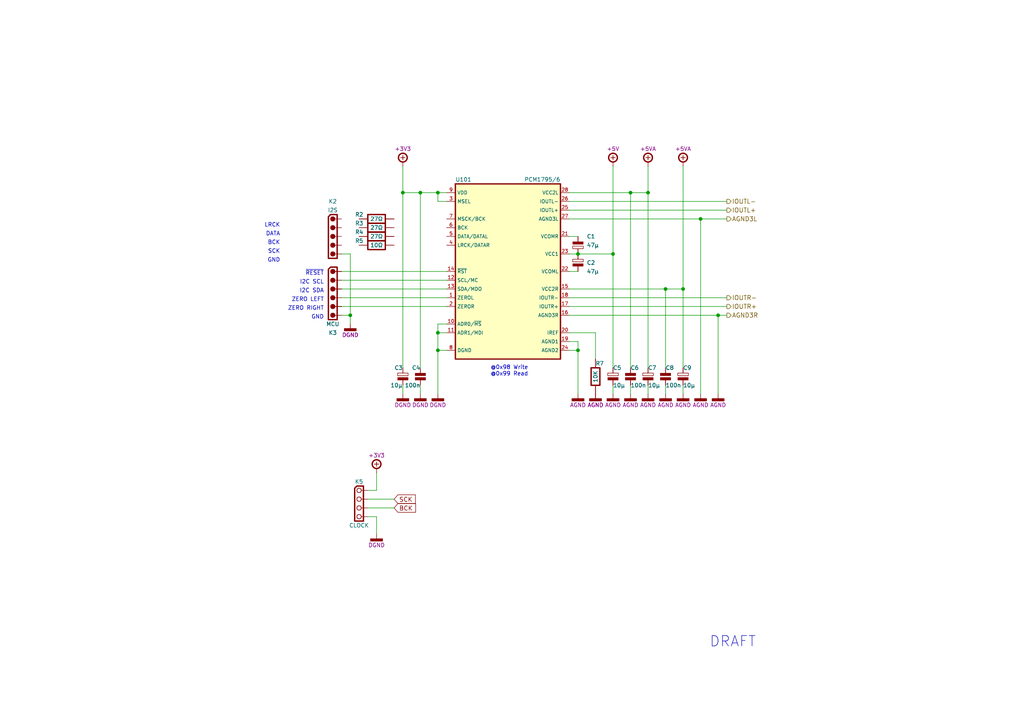
<source format=kicad_sch>
(kicad_sch (version 20230121) (generator eeschema)
  (paper "A4")
  (title_block (title "PCM1795/6") (date "01/2023") (rev "A") (comment 1 "DAC PCM1795/6"))
  (lib_symbols
    (symbol "KOASPEER-RT-1206-27R-1P_1" (pin_numbers hide) (pin_names (offset 0) hide)
      (property "Reference" "R" (at 2.54 1.27 0))
      (property "Value" "KOASPEER-RT-1206-27R-1P_1" (at 2.54 -1.27 0))
      (symbol "KOASPEER-RT-1206-27R-1P_1_0_1"
        (rectangle (start -1.27 -2.54) (end 1.27 2.54) (stroke (width 0.4)))
      )
      (symbol "KOASPEER-RT-1206-27R-1P_1_1_1"
        (pin passive line (at 0 5.08 270) (length 2.54) (name "~") (number "1"))
        (pin passive line (at 0 -5.08 90) (length 2.54) (name "~") (number "2"))
      )
    )
    (symbol "KOASPEER-RT-1206-27R-1P_2" (pin_numbers hide) (pin_names (offset 0) hide)
      (property "Reference" "R" (at 2.54 1.27 0))
      (property "Value" "KOASPEER-RT-1206-27R-1P_2" (at 2.54 -1.27 0))
      (symbol "KOASPEER-RT-1206-27R-1P_2_0_1"
        (rectangle (start -1.27 -2.54) (end 1.27 2.54) (stroke (width 0.4)))
      )
      (symbol "KOASPEER-RT-1206-27R-1P_2_1_1"
        (pin passive line (at 0 5.08 270) (length 2.54) (name "~") (number "1"))
        (pin passive line (at 0 -5.08 90) (length 2.54) (name "~") (number "2"))
      )
    )
    (symbol "tronixio:HARWIN-254-F-1X04-VERTICAL" (pin_numbers hide) (pin_names (offset 0) hide)
      (property "Reference" "K" (at 0 2.54 0))
      (property "Value" "HARWIN-254-F-1X04-VERTICAL" (at 0 -10.16 0))
      (symbol "HARWIN-254-F-1X04-VERTICAL_0_1"
        (circle (center 0 -7.62) (radius 0.635) (stroke (width 0.2)))
        (circle (center 0 -5.08) (radius 0.635) (stroke (width 0.2)))
        (circle (center 0 -2.54) (radius 0.635) (stroke (width 0.2)))
        (polyline (pts (xy -1.27 -8.89) (xy 1.27 -8.89) (xy 1.27 0.635) (xy 0.635 1.27) (xy -1.27 1.27) (xy -1.27 -8.89)) (stroke (width 0.4)))
        (circle (center 0 0) (radius 0.635) (stroke (width 0.2)))
      )
      (symbol "HARWIN-254-F-1X04-VERTICAL_1_1"
        (pin passive line (at -2.54 0 0) (length 1.905) (name "1") (number "1"))
        (pin passive line (at -2.54 -2.54 0) (length 1.905) (name "2") (number "2"))
        (pin passive line (at -2.54 -5.08 0) (length 1.905) (name "3") (number "3"))
        (pin passive line (at -2.54 -7.62 0) (length 1.905) (name "4") (number "4"))
      )
    )
    (symbol "tronixio:HARWIN-254-M-1X06-VERTICAL" (pin_numbers hide) (pin_names (offset 0) hide)
      (property "Reference" "K" (at 0 2.54 0))
      (property "Value" "HARWIN-254-M-1X06-VERTICAL" (at 0 -15.24 0))
      (symbol "HARWIN-254-M-1X06-VERTICAL_0_1"
        (circle (center 0 -12.7) (radius 0.635) (stroke (width 0.2)) (fill (type outline)))
        (circle (center 0 -10.16) (radius 0.635) (stroke (width 0.2)) (fill (type outline)))
        (circle (center 0 -7.62) (radius 0.635) (stroke (width 0.2)) (fill (type outline)))
        (circle (center 0 -5.08) (radius 0.635) (stroke (width 0.2)) (fill (type outline)))
        (circle (center 0 -2.54) (radius 0.635) (stroke (width 0.2)) (fill (type outline)))
        (polyline (pts (xy -1.27 -13.97) (xy 1.27 -13.97) (xy 1.27 0.635) (xy 0.635 1.27) (xy -1.27 1.27) (xy -1.27 -13.97)) (stroke (width 0.4)))
        (circle (center 0 0) (radius 0.635) (stroke (width 0.2)) (fill (type outline)))
      )
      (symbol "HARWIN-254-M-1X06-VERTICAL_1_1"
        (pin passive line (at -2.54 0 0) (length 1.905) (name "1") (number "1"))
        (pin passive line (at -2.54 -2.54 0) (length 1.905) (name "2") (number "2"))
        (pin passive line (at -2.54 -5.08 0) (length 1.905) (name "3") (number "3"))
        (pin passive line (at -2.54 -7.62 0) (length 1.905) (name "4") (number "4"))
        (pin passive line (at -2.54 -10.16 0) (length 1.905) (name "5") (number "5"))
        (pin passive line (at -2.54 -12.7 0) (length 1.905) (name "6") (number "6"))
      )
    )
    (symbol "tronixio:KEMET-X7R-1206-1U-50V-20P" (pin_numbers hide) (pin_names (offset 0) hide)
      (property "Reference" "C" (at 1.27 2.54 0))
      (property "Value" "KEMET-X7R-1206-1U-50V-20P" (at 1.27 -2.54 0))
      (symbol "KEMET-X7R-1206-1U-50V-20P_0_1"
        (rectangle (start -1.524 -0.254) (end 1.524 -1.016) (stroke (width 0.001)) (fill (type outline)))
        (rectangle (start -1.524 1.016) (end 1.524 0.254) (stroke (width 0.001)) (fill (type outline)))
      )
      (symbol "KEMET-X7R-1206-1U-50V-20P_1_1"
        (pin passive line (at 0 2.54 270) (length 1.905) (name "~") (number "1"))
        (pin passive line (at 0 -2.54 90) (length 1.905) (name "~") (number "2"))
      )
    )
    (symbol "tronixio:KOASPEER-RT-1206-10K-1P" (pin_numbers hide) (pin_names (offset 0) hide)
      (property "Reference" "R" (at 2.54 1.27 0))
      (property "Value" "KOASPEER-RT-1206-10K-1P" (at 2.54 -1.27 0))
      (symbol "KOASPEER-RT-1206-10K-1P_0_1"
        (rectangle (start -1.27 -2.54) (end 1.27 2.54) (stroke (width 0.4)))
      )
      (symbol "KOASPEER-RT-1206-10K-1P_1_1"
        (pin passive line (at 0 5.08 270) (length 2.54) (name "~") (number "1"))
        (pin passive line (at 0 -5.08 90) (length 2.54) (name "~") (number "2"))
      )
    )
    (symbol "tronixio:KOASPEER-RT-1206-10R-1P" (pin_numbers hide) (pin_names (offset 0) hide)
      (property "Reference" "R" (at 2.54 1.27 0))
      (property "Value" "KOASPEER-RT-1206-10R-1P" (at 2.54 -1.27 0))
      (symbol "KOASPEER-RT-1206-10R-1P_0_1"
        (rectangle (start -1.27 -2.54) (end 1.27 2.54) (stroke (width 0.4)))
      )
      (symbol "KOASPEER-RT-1206-10R-1P_1_1"
        (pin passive line (at 0 5.08 270) (length 2.54) (name "~") (number "1"))
        (pin passive line (at 0 -5.08 90) (length 2.54) (name "~") (number "2"))
      )
    )
    (symbol "tronixio:KOASPEER-RT-1206-27R-1P" (pin_numbers hide) (pin_names (offset 0) hide)
      (property "Reference" "R" (at 2.54 1.27 0))
      (property "Value" "KOASPEER-RT-1206-27R-1P" (at 2.54 -1.27 0))
      (symbol "KOASPEER-RT-1206-27R-1P_0_1"
        (rectangle (start -1.27 -2.54) (end 1.27 2.54) (stroke (width 0.4)))
      )
      (symbol "KOASPEER-RT-1206-27R-1P_1_1"
        (pin passive line (at 0 5.08 270) (length 2.54) (name "~") (number "1"))
        (pin passive line (at 0 -5.08 90) (length 2.54) (name "~") (number "2"))
      )
    )
    (symbol "tronixio:MOLEX-MICRO-LATCH-05-VERTICAL" (pin_numbers hide) (pin_names (offset 0) hide)
      (property "Reference" "K" (at 0 2.54 0))
      (property "Value" "MOLEX-MICRO-LATCH-05-VERTICAL" (at 0 -12.7 0))
      (symbol "MOLEX-MICRO-LATCH-05-VERTICAL_0_1"
        (circle (center 0 -10.16) (radius 0.635) (stroke (width 0.2)) (fill (type outline)))
        (circle (center 0 -7.62) (radius 0.635) (stroke (width 0.2)) (fill (type outline)))
        (circle (center 0 -5.08) (radius 0.635) (stroke (width 0.2)) (fill (type outline)))
        (circle (center 0 -2.54) (radius 0.635) (stroke (width 0.2)) (fill (type outline)))
        (polyline (pts (xy -1.27 -11.43) (xy 1.27 -11.43) (xy 1.27 0.635) (xy 0.635 1.27) (xy -1.27 1.27) (xy -1.27 -11.43)) (stroke (width 0.4)))
        (circle (center 0 0) (radius 0.635) (stroke (width 0.2)) (fill (type outline)))
      )
      (symbol "MOLEX-MICRO-LATCH-05-VERTICAL_1_1"
        (pin passive line (at -2.54 0 0) (length 1.905) (name "1") (number "1"))
        (pin passive line (at -2.54 -2.54 0) (length 1.905) (name "2") (number "2"))
        (pin passive line (at -2.54 -5.08 0) (length 1.905) (name "3") (number "3"))
        (pin passive line (at -2.54 -7.62 0) (length 1.905) (name "4") (number "4"))
        (pin passive line (at -2.54 -10.16 0) (length 1.905) (name "5") (number "5"))
      )
    )
    (symbol "tronixio:POWER-+3V3" (power) (pin_numbers hide) (pin_names (offset 0) hide)
      (property "Name" "+3V3" (at 0 5.08 0))
      (symbol "POWER-+3V3_0_1"
        (polyline (pts (xy -0.635 2.54) (xy 0.635 2.54)) (stroke (width 0.2)))
        (polyline (pts (xy 0 1.905) (xy 0 3.175)) (stroke (width 0.2)))
        (circle (center 0 2.54) (radius 1.27) (stroke (width 0.4)))
      )
      (symbol "POWER-+3V3_1_1"
        (pin power_in line (at 0 0 90) (length 1.27) (name "+3V3") (number "1"))
      )
    )
    (symbol "tronixio:POWER-+5V" (power) (pin_numbers hide) (pin_names (offset 0) hide)
      (property "Name" "+5V" (at 0 5.08 0))
      (symbol "POWER-+5V_0_1"
        (polyline (pts (xy -0.635 2.54) (xy 0.635 2.54)) (stroke (width 0.2)))
        (polyline (pts (xy 0 1.905) (xy 0 3.175)) (stroke (width 0.2)))
        (circle (center 0 2.54) (radius 1.27) (stroke (width 0.4)))
      )
      (symbol "POWER-+5V_1_1"
        (pin power_in line (at 0 0 90) (length 1.27) (name "+5V") (number "1"))
      )
    )
    (symbol "tronixio:POWER-+5VA" (power) (pin_numbers hide) (pin_names (offset 0) hide)
      (property "Name" "+5VA" (at 0 5.08 0))
      (symbol "POWER-+5VA_0_1"
        (polyline (pts (xy -0.635 2.54) (xy 0.635 2.54)) (stroke (width 0.2)))
        (polyline (pts (xy 0 1.905) (xy 0 3.175)) (stroke (width 0.2)))
        (circle (center 0 2.54) (radius 1.27) (stroke (width 0.4)))
      )
      (symbol "POWER-+5VA_1_1"
        (pin power_in line (at 0 0 90) (length 1.27) (name "+5VA") (number "1"))
      )
    )
    (symbol "tronixio:POWER-AGND" (power) (pin_numbers hide) (pin_names (offset 0) hide)
      (property "Name" "AGND" (at 0 -3.175 0))
      (symbol "POWER-AGND_0_1"
        (rectangle (start -1.778 -2.032) (end 1.778 -1.27) (stroke (width 0.001)) (fill (type outline)))
      )
      (symbol "POWER-AGND_1_1"
        (pin power_in line (at 0 0 270) (length 1.27) (name "AGND") (number "1"))
      )
    )
    (symbol "tronixio:POWER-DGND" (power) (pin_numbers hide) (pin_names (offset 0) hide)
      (property "Name" "DGND" (at 0 -3.175 0))
      (symbol "POWER-DGND_0_1"
        (rectangle (start -1.778 -2.032) (end 1.778 -1.27) (stroke (width 0.001)) (fill (type outline)))
      )
      (symbol "POWER-DGND_1_1"
        (pin power_in line (at 0 0 270) (length 1.27) (name "DGND") (number "1"))
      )
    )
    (symbol "tronixio:TI-PCM1796-I2C-SSOP-28" (pin_names (offset 0.5))
      (property "Reference" "U" (at 17.78 3.81 0))
      (property "Value" "TI-PCM1796-I2C-SSOP-28" (at 17.78 -49.53 0))
      (symbol "TI-PCM1796-I2C-SSOP-28_0_1"
        (rectangle (start 2.54 2.54) (end 33.02 -48.26) (stroke (width 0.4)) (fill (type background)))
      )
      (symbol "TI-PCM1796-I2C-SSOP-28_1_1"
        (pin bidirectional line (at 0 -30.48 0) (length 2.54) (name "ZEROL") (number "1"))
        (pin input line (at 0 -38.1 0) (length 2.54) (name "ADR0/~{MS}") (number "10"))
        (pin input line (at 0 -40.64 0) (length 2.54) (name "ADR1/MDI") (number "11"))
        (pin input line (at 0 -25.4 0) (length 2.54) (name "SCL/MC") (number "12"))
        (pin bidirectional line (at 0 -27.94 0) (length 2.54) (name "SDA/MDO") (number "13"))
        (pin input line (at 0 -22.86 0) (length 2.54) (name "~{RST}") (number "14"))
        (pin power_in line (at 35.56 -27.94 180) (length 2.54) (name "VCC2R") (number "15"))
        (pin power_in line (at 35.56 -35.56 180) (length 2.54) (name "AGND3R") (number "16"))
        (pin output line (at 35.56 -33.02 180) (length 2.54) (name "IOUTR+") (number "17"))
        (pin output line (at 35.56 -30.48 180) (length 2.54) (name "IOUTR-") (number "18"))
        (pin power_in line (at 35.56 -43.18 180) (length 2.54) (name "AGND1") (number "19"))
        (pin bidirectional line (at 0 -33.02 0) (length 2.54) (name "ZEROR") (number "2"))
        (pin output line (at 35.56 -40.64 180) (length 2.54) (name "IREF") (number "20"))
        (pin passive line (at 35.56 -12.7 180) (length 2.54) (name "VCOMR") (number "21"))
        (pin passive line (at 35.56 -22.86 180) (length 2.54) (name "VCOML") (number "22"))
        (pin power_in line (at 35.56 -17.78 180) (length 2.54) (name "VCC1") (number "23"))
        (pin power_in line (at 35.56 -45.72 180) (length 2.54) (name "AGND2") (number "24"))
        (pin output line (at 35.56 -5.08 180) (length 2.54) (name "IOUTL+") (number "25"))
        (pin output line (at 35.56 -2.54 180) (length 2.54) (name "IOUTL-") (number "26"))
        (pin power_in line (at 35.56 -7.62 180) (length 2.54) (name "AGND3L") (number "27"))
        (pin power_in line (at 35.56 0 180) (length 2.54) (name "VCC2L") (number "28"))
        (pin input line (at 0 -2.54 0) (length 2.54) (name "MSEL") (number "3"))
        (pin input line (at 0 -15.24 0) (length 2.54) (name "LRCK/DATAR") (number "4"))
        (pin input line (at 0 -12.7 0) (length 2.54) (name "DATA/DATAL") (number "5"))
        (pin input line (at 0 -10.16 0) (length 2.54) (name "BCK") (number "6"))
        (pin input line (at 0 -7.62 0) (length 2.54) (name "MSCK/BCK") (number "7"))
        (pin power_in line (at 0 -45.72 0) (length 2.54) (name "DGND") (number "8"))
        (pin power_in line (at 0 0 0) (length 2.54) (name "VDD") (number "9"))
      )
    )
    (symbol "tronixio:WURTH-WCAP-AT1H-10U-35V" (pin_numbers hide) (pin_names (offset 0) hide)
      (property "Reference" "C" (at 1.27 2.54 0))
      (property "Value" "WURTH-WCAP-AT1H-10U-35V" (at 1.27 -2.54 0))
      (symbol "WURTH-WCAP-AT1H-10U-35V_0_1"
        (rectangle (start -1.524 -0.254) (end 1.524 -1.016) (stroke (width 0.001)) (fill (type outline)))
        (rectangle (start -1.524 1.016) (end 1.524 0.254) (stroke (width 0.1524)))
      )
      (symbol "WURTH-WCAP-AT1H-10U-35V_1_1"
        (pin passive line (at 0 2.54 270) (length 1.5) (name "~") (number "1"))
        (pin passive line (at 0 -2.54 90) (length 1.905) (name "~") (number "2"))
      )
    )
    (symbol "tronixio:WURTH-WCAP-AT1H-47U-35V" (pin_numbers hide) (pin_names (offset 0) hide)
      (property "Reference" "C" (at 1.27 2.54 0))
      (property "Value" "WURTH-WCAP-AT1H-47U-35V" (at 1.27 -2.54 0))
      (symbol "WURTH-WCAP-AT1H-47U-35V_0_1"
        (rectangle (start -1.524 -0.254) (end 1.524 -1.016) (stroke (width 0.001)) (fill (type outline)))
        (rectangle (start -1.524 1.016) (end 1.524 0.254) (stroke (width 0.1524)))
      )
      (symbol "WURTH-WCAP-AT1H-47U-35V_1_1"
        (pin passive line (at 0 2.54 270) (length 1.5) (name "~") (number "1"))
        (pin passive line (at 0 -2.54 90) (length 1.905) (name "~") (number "2"))
      )
    )
  )
  (junction (at 182.88 55.88))
  (junction (at 127 55.88))
  (junction (at 167.64 101.6))
  (junction (at 101.6 91.44))
  (junction (at 127 101.6))
  (junction (at 187.96 55.88))
  (junction (at 127 96.52))
  (junction (at 198.12 83.82))
  (junction (at 116.84 55.88))
  (junction (at 121.92 55.88))
  (junction (at 203.2 63.5))
  (junction (at 193.04 83.82))
  (junction (at 167.64 73.66))
  (junction (at 177.8 73.66))
  (junction (at 208.28 91.44))
  (wire (pts (xy 193.04 114.3) (xy 193.04 111.76)))
  (wire (pts (xy 165.1 73.66) (xy 167.64 73.66)))
  (wire (pts (xy 165.1 83.82) (xy 193.04 83.82)))
  (wire (pts (xy 165.1 55.88) (xy 182.88 55.88)))
  (wire (pts (xy 109.22 142.24) (xy 109.22 137.16)))
  (wire (pts (xy 165.1 88.9) (xy 210.82 88.9)))
  (wire (pts (xy 165.1 58.42) (xy 210.82 58.42)))
  (wire (pts (xy 121.92 106.68) (xy 121.92 55.88)))
  (wire (pts (xy 127 96.52) (xy 127 101.6)))
  (wire (pts (xy 99.06 91.44) (xy 101.6 91.44)))
  (wire (pts (xy 116.84 106.68) (xy 116.84 55.88)))
  (wire (pts (xy 167.64 73.66) (xy 177.8 73.66)))
  (wire (pts (xy 129.54 96.52) (xy 127 96.52)))
  (wire (pts (xy 99.06 88.9) (xy 129.54 88.9)))
  (wire (pts (xy 165.1 91.44) (xy 208.28 91.44)))
  (wire (pts (xy 165.1 60.96) (xy 210.82 60.96)))
  (wire (pts (xy 172.72 96.52) (xy 172.72 104.14)))
  (wire (pts (xy 101.6 73.66) (xy 101.6 91.44)))
  (wire (pts (xy 187.96 48.26) (xy 187.96 55.88)))
  (wire (pts (xy 121.92 55.88) (xy 127 55.88)))
  (wire (pts (xy 127 55.88) (xy 127 58.42)))
  (wire (pts (xy 198.12 48.26) (xy 198.12 83.82)))
  (wire (pts (xy 116.84 55.88) (xy 121.92 55.88)))
  (wire (pts (xy 109.22 149.86) (xy 109.22 154.94)))
  (wire (pts (xy 187.96 55.88) (xy 187.96 106.68)))
  (wire (pts (xy 99.06 73.66) (xy 101.6 73.66)))
  (wire (pts (xy 127 93.98) (xy 127 96.52)))
  (wire (pts (xy 208.28 91.44) (xy 208.28 114.3)))
  (wire (pts (xy 106.68 149.86) (xy 109.22 149.86)))
  (wire (pts (xy 165.1 86.36) (xy 210.82 86.36)))
  (wire (pts (xy 177.8 111.76) (xy 177.8 114.3)))
  (wire (pts (xy 165.1 96.52) (xy 172.72 96.52)))
  (wire (pts (xy 99.06 86.36) (xy 129.54 86.36)))
  (wire (pts (xy 165.1 63.5) (xy 203.2 63.5)))
  (wire (pts (xy 182.88 55.88) (xy 187.96 55.88)))
  (wire (pts (xy 106.68 147.32) (xy 114.3 147.32)))
  (wire (pts (xy 167.64 99.06) (xy 167.64 101.6)))
  (wire (pts (xy 182.88 55.88) (xy 182.88 106.68)))
  (wire (pts (xy 121.92 111.76) (xy 121.92 114.3)))
  (wire (pts (xy 127 55.88) (xy 129.54 55.88)))
  (wire (pts (xy 165.1 101.6) (xy 167.64 101.6)))
  (wire (pts (xy 106.68 142.24) (xy 109.22 142.24)))
  (wire (pts (xy 116.84 48.26) (xy 116.84 55.88)))
  (wire (pts (xy 182.88 114.3) (xy 182.88 111.76)))
  (wire (pts (xy 165.1 78.74) (xy 167.64 78.74)))
  (wire (pts (xy 203.2 63.5) (xy 203.2 114.3)))
  (wire (pts (xy 116.84 114.3) (xy 116.84 111.76)))
  (wire (pts (xy 167.64 101.6) (xy 167.64 114.3)))
  (wire (pts (xy 193.04 83.82) (xy 198.12 83.82)))
  (wire (pts (xy 198.12 83.82) (xy 198.12 106.68)))
  (wire (pts (xy 127 101.6) (xy 129.54 101.6)))
  (wire (pts (xy 208.28 91.44) (xy 210.82 91.44)))
  (wire (pts (xy 127 101.6) (xy 127 114.3)))
  (wire (pts (xy 165.1 99.06) (xy 167.64 99.06)))
  (wire (pts (xy 106.68 144.78) (xy 114.3 144.78)))
  (wire (pts (xy 177.8 73.66) (xy 177.8 106.68)))
  (wire (pts (xy 198.12 114.3) (xy 198.12 111.76)))
  (wire (pts (xy 99.06 78.74) (xy 129.54 78.74)))
  (wire (pts (xy 187.96 114.3) (xy 187.96 111.76)))
  (wire (pts (xy 177.8 48.26) (xy 177.8 73.66)))
  (wire (pts (xy 203.2 63.5) (xy 210.82 63.5)))
  (wire (pts (xy 101.6 93.98) (xy 101.6 91.44)))
  (wire (pts (xy 129.54 93.98) (xy 127 93.98)))
  (wire (pts (xy 129.54 58.42) (xy 127 58.42)))
  (wire (pts (xy 165.1 68.58) (xy 167.64 68.58)))
  (wire (pts (xy 99.06 83.82) (xy 129.54 83.82)))
  (wire (pts (xy 99.06 81.28) (xy 129.54 81.28)))
  (wire (pts (xy 193.04 83.82) (xy 193.04 106.68)))
  (text "@0x98 Write\n@0x99 Read" (at 142.24 109.22 0) (effects (font (size 1.15 1.15)) (justify left bottom)))
  (text "LRCK" (at 81.28 66.04 0) (effects (font (size 1.15 1.15)) (justify right bottom)))
  (text "BCK" (at 81.28 71.12 0) (effects (font (size 1.15 1.15)) (justify right bottom)))
  (text "SCK" (at 81.28 73.66 0) (effects (font (size 1.15 1.15)) (justify right bottom)))
  (text "DATA" (at 81.28 68.58 0) (effects (font (size 1.15 1.15)) (justify right bottom)))
  (text "ZERO RIGHT" (at 93.98 90.17 0) (effects (font (size 1.15 1.15)) (justify right bottom)))
  (text "GND" (at 93.98 92.71 0) (effects (font (size 1.15 1.15)) (justify right bottom)))
  (text "GND" (at 81.28 76.2 0) (effects (font (size 1.15 1.15)) (justify right bottom)))
  (text "~{RESET}" (at 93.98 80.01 0) (effects (font (size 1.15 1.15)) (justify right bottom)))
  (text "ZERO LEFT" (at 93.98 87.63 0) (effects (font (size 1.15 1.15)) (justify right bottom)))
  (text "I2C SDA" (at 93.98 85.09 0) (effects (font (size 1.15 1.15)) (justify right bottom)))
  (text "I2C SCL" (at 93.98 82.55 0) (effects (font (size 1.15 1.15)) (justify right bottom)))
  (text "DRAFT" (at 205.74 187.96 0) (effects (font (size 3 3)) (justify left bottom)))
  (global_label "BCK" (shape input) (at 114.3 147.32 0) (property "Intersheetrefs" "${INTERSHEET_REFS}" (effects hide)))
  (global_label "SCK" (shape input) (at 114.3 144.78 0) (property "Intersheetrefs" "${INTERSHEET_REFS}" (effects hide)))
  (hierarchical_label "IOUTL+" (shape output) (at 210.82 60.96 0))
  (hierarchical_label "IOUTL-" (shape output) (at 210.82 58.42 0))
  (hierarchical_label "IOUTR-" (shape output) (at 210.82 86.36 0))
  (hierarchical_label "IOUTR+" (shape output) (at 210.82 88.9 0))
  (hierarchical_label "AGND3R" (shape output) (at 210.82 91.44 0))
  (hierarchical_label "AGND3L" (shape output) (at 210.82 63.5 0))
  (symbol (lib_id "tronixio:TI-PCM1796-I2C-SSOP-28") (at 129.54 55.88 0) (unit 1)
    (property "Reference" "U101" (at 132.08 52.07 0) (effects (font (size 1.15 1.15)) (justify left)))
    (property "Value" "PCM1795/6" (at 162.56 52.07 0) (effects (font (size 1.15 1.15)) (justify right)))
    (property "Footprint" "tronixio:SSOP-28" (effects hide))
    (property "Datasheet" "https://www.ti.com/product/PCM1796" (effects hide))
    (property "Mouser" "595-PCM1796DBR" (effects hide))
    (instances (project "main" (path "" (reference "U101") (unit 1)) (path "" (reference "U201") (unit 1)) (path "" (reference "U301") (unit 1))))
  )
  (symbol (lib_id "tronixio:POWER-+5VA") (at 198.12 48.26 0) (unit 1)
    (property "Reference" "#PWR06" (effects hide))
    (property "Value" "POWER-VCC-1" (effects hide))
    (property "Name" "+5VA" (at 198.12 43.18 0) (effects (font (size 1.15 1.15))))
    (instances (project "main" (path "" (reference "#PWR06") (unit 1)) (path "" (reference "#PWR0216") (unit 1)) (path "" (reference "#PWR0316") (unit 1))))
  )
  (symbol (lib_id "tronixio:POWER-AGND") (at 177.8 114.3 0) (unit 1)
    (property "Reference" "#PWR015" (effects hide))
    (property "Value" "POWER-AGND" (effects hide))
    (property "Name" "AGND" (at 177.8 117.475 0) (effects (font (size 1.15 1.15))))
    (instances (project "main" (path "" (reference "#PWR015") (unit 1)) (path "" (reference "#PWR0211") (unit 1)) (path "" (reference "#PWR0311") (unit 1))))
  )
  (symbol (lib_id "tronixio:POWER-DGND") (at 101.6 93.98 0) (unit 1)
    (property "Reference" "#PWR07" (effects hide))
    (property "Value" "POWER-DGND" (effects hide))
    (property "Name" "DGND" (at 101.6 97.155 0) (effects (font (size 1.15 1.15))))
    (instances (project "main" (path "" (reference "#PWR07") (unit 1)) (path "" (reference "#PWR0201") (unit 1)) (path "" (reference "#PWR0303") (unit 1))))
  )
  (symbol (lib_id "tronixio:WURTH-WCAP-AT1H-47U-35V") (at 167.64 71.12 180) (unit 1)
    (property "Reference" "C1" (at 170.18 68.58 0) (effects (font (size 1.15 1.15)) (justify right)))
    (property "Value" "47µ" (at 170.18 71.12 0) (effects (font (size 1.15 1.15)) (justify right)))
    (property "Footprint" "tronixio:CAPACITOR-ELECTROLYTIC-RADIAL-080-115-035-WURTH" (effects hide))
    (property "Datasheet" "https://www.we-online.com/catalog/datasheet/860240574004.pdf" (effects hide))
    (property "Tolerance" "20%" (effects hide))
    (property "Mouser" "710-860240574004" (effects hide))
    (property "Voltage" "35V" (effects hide))
    (instances (project "main" (path "" (reference "C1") (unit 1)) (path "" (reference "C203") (unit 1)) (path "" (reference "C303") (unit 1))))
  )
  (symbol (lib_id "tronixio:POWER-AGND") (at 172.72 114.3 0) (unit 1)
    (property "Reference" "#PWR014" (effects hide))
    (property "Value" "POWER-AGND" (effects hide))
    (property "Name" "AGND" (at 172.72 117.475 0) (effects (font (size 1.15 1.15))))
    (instances (project "main" (path "" (reference "#PWR014") (unit 1)) (path "" (reference "#PWR0209") (unit 1)) (path "" (reference "#PWR0309") (unit 1))))
  )
  (symbol (lib_id "tronixio:WURTH-WCAP-AT1H-10U-35V") (at 187.96 109.22 0) (unit 1)
    (property "Reference" "C7" (at 187.96 106.68 0) (effects (font (size 1.15 1.15)) (justify left)))
    (property "Value" "10µ" (at 187.96 111.76 0) (effects (font (size 1.15 1.15)) (justify left)))
    (property "Footprint" "tronixio:CAPACITOR-ELECTROLYTIC-RADIAL-050-110-020-WURTH" (effects hide))
    (property "Datasheet" "https://www.we-online.com/catalog/datasheet/860240572001.pdf" (effects hide))
    (property "Tolerance" "20%" (effects hide))
    (property "Mouser" "710-860240572001" (effects hide))
    (property "Voltage" "35V" (effects hide))
    (property "Life" "5000H" (effects hide))
    (instances (project "main" (path "" (reference "C7") (unit 1)) (path "" (reference "C207") (unit 1)) (path "" (reference "C307") (unit 1))))
  )
  (symbol (lib_id "tronixio:MOLEX-MICRO-LATCH-05-VERTICAL") (at 96.52 63.5 0) (mirror y) (unit 1)
    (property "Reference" "K2" (at 96.52 58.42 0) (effects (font (size 1.15 1.15))))
    (property "Value" "I2S" (at 96.52 60.96 0) (effects (font (size 1.15 1.15))))
    (property "Footprint" "tronixio:MOLEX-532530570" (effects hide))
    (property "Datasheet" "https://www.molex.com/pdm_docs/sd/532530570_sd.pdf" (effects hide))
    (property "Mouser" "538-53253-0570" (effects hide))
    (instances (project "main" (path "" (reference "K2") (unit 1)) (path "" (reference "K201") (unit 1)) (path "" (reference "K302") (unit 1))))
  )
  (symbol (lib_id "tronixio:KEMET-X7R-1206-1U-50V-20P") (at 193.04 109.22 0) (unit 1)
    (property "Reference" "C8" (at 193.04 106.68 0) (effects (font (size 1.15 1.15)) (justify left)))
    (property "Value" "100n" (at 193.04 111.76 0) (effects (font (size 1.15 1.15)) (justify left)))
    (property "Footprint" "tronixio:CAPACITOR-SMD-1206" (effects hide))
    (property "Datasheet" "https://content.kemet.com/datasheets/KEM_C1090_X7R_ESD.pdf" (effects hide))
    (property "Voltage" "50V" (effects hide))
    (property "Tolerance" "20%" (effects hide))
    (property "Mouser" "80-C1206C105M5R" (effects hide))
    (instances (project "main" (path "" (reference "C8") (unit 1)) (path "" (reference "C208") (unit 1)) (path "" (reference "C308") (unit 1))))
  )
  (symbol (lib_id "tronixio:POWER-AGND") (at 208.28 114.3 0) (unit 1)
    (property "Reference" "#PWR0102" (effects hide))
    (property "Value" "POWER-AGND" (effects hide))
    (property "Name" "AGND" (at 208.28 117.475 0) (effects (font (size 1.15 1.15))))
    (instances (project "main" (path "" (reference "#PWR0102") (unit 1)) (path "" (reference "#PWR0219") (unit 1)) (path "" (reference "#PWR0319") (unit 1))))
  )
  (symbol (lib_id "tronixio:POWER-AGND") (at 182.88 114.3 0) (unit 1)
    (property "Reference" "#PWR016" (effects hide))
    (property "Value" "POWER-AGND" (effects hide))
    (property "Name" "AGND" (at 182.88 117.475 0) (effects (font (size 1.15 1.15))))
    (instances (project "main" (path "" (reference "#PWR016") (unit 1)) (path "" (reference "#PWR0212") (unit 1)) (path "" (reference "#PWR0312") (unit 1))))
  )
  (symbol (lib_id "tronixio:WURTH-WCAP-AT1H-47U-35V") (at 167.64 76.2 0) (unit 1)
    (property "Reference" "C2" (at 170.18 76.2 0) (effects (font (size 1.15 1.15)) (justify left)))
    (property "Value" "47µ" (at 170.18 78.74 0) (effects (font (size 1.15 1.15)) (justify left)))
    (property "Footprint" "tronixio:CAPACITOR-ELECTROLYTIC-RADIAL-080-115-035-WURTH" (effects hide))
    (property "Datasheet" "https://www.we-online.com/catalog/datasheet/860240574004.pdf" (effects hide))
    (property "Tolerance" "20%" (effects hide))
    (property "Mouser" "710-860240574004" (effects hide))
    (property "Voltage" "35V" (effects hide))
    (instances (project "main" (path "" (reference "C2") (unit 1)) (path "" (reference "C204") (unit 1)) (path "" (reference "C304") (unit 1))))
  )
  (symbol (lib_id "tronixio:HARWIN-254-F-1X04-VERTICAL") (at 104.14 142.24 0) (mirror y) (unit 1)
    (property "Reference" "K5" (at 104.14 139.7 0) (effects (font (size 1.15 1.15))))
    (property "Value" "CLOCK" (at 104.14 152.4 0) (effects (font (size 1.15 1.15))))
    (property "Footprint" "tronixio:HARWIN-M20-782044x" (effects hide))
    (property "Datasheet" "https://www.harwin.com/products/M20-7820446/" (effects hide))
    (property "Mouser" "855-M20-782044" (effects hide))
    (instances (project "main" (path "" (reference "K5") (unit 1)) (path "" (reference "K203") (unit 1)) (path "" (reference "K301") (unit 1))))
  )
  (symbol (lib_id "tronixio:POWER-DGND") (at 121.92 114.3 0) (unit 1)
    (property "Reference" "#PWR011" (effects hide))
    (property "Value" "POWER-DGND" (effects hide))
    (property "Name" "DGND" (at 121.92 117.475 0) (effects (font (size 1.15 1.15))))
    (instances (project "main" (path "" (reference "#PWR011") (unit 1)) (path "" (reference "#PWR0206") (unit 1)) (path "" (reference "#PWR0306") (unit 1))))
  )
  (symbol (lib_id "tronixio:KOASPEER-RT-1206-27R-1P") (at 109.22 63.5 90) (unit 1)
    (property "Reference" "R2" (at 105.41 62.23 90) (effects (font (size 1.15 1.15)) (justify left)))
    (property "Value" "27Ω" (at 109.22 63.5 90) (effects (font (size 1.15 1.15))))
    (property "Footprint" "tronixio:RESISTOR-SMD-1206" (effects hide))
    (property "Datasheet" "https://www.yageo.com/en/Product/Index/rchip/thin_film/rt" (effects hide))
    (property "Tolerance" "1%" (effects hide))
    (property "Mouser" "603-RT1206FRE0727RL" (effects hide))
    (instances (project "main" (path "" (reference "R2") (unit 1)) (path "" (reference "R201") (unit 1)) (path "" (reference "R301") (unit 1))))
  )
  (symbol (lib_id "tronixio:POWER-AGND") (at 193.04 114.3 0) (unit 1)
    (property "Reference" "#PWR018" (effects hide))
    (property "Value" "POWER-AGND" (effects hide))
    (property "Name" "AGND" (at 193.04 117.475 0) (effects (font (size 1.15 1.15))))
    (instances (project "main" (path "" (reference "#PWR018") (unit 1)) (path "" (reference "#PWR0215") (unit 1)) (path "" (reference "#PWR0315") (unit 1))))
  )
  (symbol (lib_name "KOASPEER-RT-1206-27R-1P_1") (lib_id "tronixio:KOASPEER-RT-1206-27R-1P") (at 109.22 66.04 90) (unit 1)
    (property "Reference" "R3" (at 105.41 64.77 90) (effects (font (size 1.15 1.15)) (justify left)))
    (property "Value" "27Ω" (at 109.22 66.04 90) (effects (font (size 1.15 1.15))))
    (property "Footprint" "tronixio:RESISTOR-SMD-1206" (effects hide))
    (property "Datasheet" "https://www.yageo.com/en/Product/Index/rchip/thin_film/rt" (effects hide))
    (property "Tolerance" "1%" (effects hide))
    (property "Mouser" "603-RT1206FRE0727RL" (effects hide))
    (instances (project "main" (path "" (reference "R3") (unit 1)) (path "" (reference "R202") (unit 1)) (path "" (reference "R302") (unit 1))))
  )
  (symbol (lib_id "tronixio:POWER-DGND") (at 116.84 114.3 0) (unit 1)
    (property "Reference" "#PWR010" (effects hide))
    (property "Value" "POWER-DGND" (effects hide))
    (property "Name" "DGND" (at 116.84 117.475 0) (effects (font (size 1.15 1.15))))
    (instances (project "main" (path "" (reference "#PWR010") (unit 1)) (path "" (reference "#PWR0205") (unit 1)) (path "" (reference "#PWR0305") (unit 1))))
  )
  (symbol (lib_id "tronixio:POWER-+5VA") (at 187.96 48.26 0) (unit 1)
    (property "Reference" "#PWR05" (effects hide))
    (property "Value" "POWER-VCC-1" (effects hide))
    (property "Name" "+5VA" (at 187.96 43.18 0) (effects (font (size 1.15 1.15))))
    (instances (project "main" (path "" (reference "#PWR05") (unit 1)) (path "" (reference "#PWR0213") (unit 1)) (path "" (reference "#PWR0313") (unit 1))))
  )
  (symbol (lib_id "tronixio:KOASPEER-RT-1206-10R-1P") (at 109.22 71.12 90) (unit 1)
    (property "Reference" "R5" (at 105.41 69.85 90) (effects (font (size 1.15 1.15)) (justify left)))
    (property "Value" "10Ω" (at 109.22 71.12 90) (effects (font (size 1.15 1.15))))
    (property "Footprint" "tronixio:RESISTOR-SMD-1206" (effects hide))
    (property "Datasheet" "https://www.yageo.com/en/Product/Index/rchip/thin_film/rt" (effects hide))
    (property "Tolerance" "1%" (effects hide))
    (property "Mouser" "603-RT1206FRE1310RL" (effects hide))
    (instances (project "main" (path "" (reference "R5") (unit 1)) (path "" (reference "R204") (unit 1)) (path "" (reference "R304") (unit 1))))
  )
  (symbol (lib_id "tronixio:KEMET-X7R-1206-1U-50V-20P") (at 182.88 109.22 0) (unit 1)
    (property "Reference" "C6" (at 182.88 106.68 0) (effects (font (size 1.15 1.15)) (justify left)))
    (property "Value" "100n" (at 182.88 111.76 0) (effects (font (size 1.15 1.15)) (justify left)))
    (property "Footprint" "tronixio:CAPACITOR-SMD-1206" (effects hide))
    (property "Datasheet" "https://content.kemet.com/datasheets/KEM_C1090_X7R_ESD.pdf" (effects hide))
    (property "Voltage" "50V" (effects hide))
    (property "Tolerance" "20%" (effects hide))
    (property "Mouser" "80-C1206C105M5R" (effects hide))
    (instances (project "main" (path "" (reference "C6") (unit 1)) (path "" (reference "C206") (unit 1)) (path "" (reference "C306") (unit 1))))
  )
  (symbol (lib_id "tronixio:POWER-+3V3") (at 109.22 137.16 0) (unit 1)
    (property "Reference" "#PWR021" (effects hide))
    (property "Value" "POWER-+3V3" (effects hide))
    (property "Name" "+3V3" (at 109.22 132.08 0) (effects (font (size 1.15 1.15))))
    (instances (project "main" (path "" (reference "#PWR021") (unit 1)) (path "" (reference "#PWR0202") (unit 1)) (path "" (reference "#PWR0301") (unit 1))))
  )
  (symbol (lib_id "tronixio:WURTH-WCAP-AT1H-10U-35V") (at 177.8 109.22 0) (unit 1)
    (property "Reference" "C5" (at 177.8 106.68 0) (effects (font (size 1.15 1.15)) (justify left)))
    (property "Value" "10µ" (at 177.8 111.76 0) (effects (font (size 1.15 1.15)) (justify left)))
    (property "Footprint" "tronixio:CAPACITOR-ELECTROLYTIC-RADIAL-050-110-020-WURTH" (effects hide))
    (property "Datasheet" "https://www.we-online.com/catalog/datasheet/860240572001.pdf" (effects hide))
    (property "Tolerance" "20%" (effects hide))
    (property "Mouser" "710-860240572001" (effects hide))
    (property "Voltage" "35V" (effects hide))
    (property "Life" "5000H" (effects hide))
    (instances (project "main" (path "" (reference "C5") (unit 1)) (path "" (reference "C205") (unit 1)) (path "" (reference "C305") (unit 1))))
  )
  (symbol (lib_id "tronixio:POWER-DGND") (at 127 114.3 0) (unit 1)
    (property "Reference" "#PWR012" (effects hide))
    (property "Value" "POWER-DGND" (effects hide))
    (property "Name" "DGND" (at 127 117.475 0) (effects (font (size 1.15 1.15))))
    (instances (project "main" (path "" (reference "#PWR012") (unit 1)) (path "" (reference "#PWR0207") (unit 1)) (path "" (reference "#PWR0307") (unit 1))))
  )
  (symbol (lib_id "tronixio:HARWIN-254-M-1X06-VERTICAL") (at 96.52 78.74 0) (mirror y) (unit 1)
    (property "Reference" "K3" (at 96.52 96.52 0) (effects (font (size 1.15 1.15))))
    (property "Value" "MCU" (at 96.52 93.98 0) (effects (font (size 1.15 1.15))))
    (property "Footprint" "tronixio:HARWIN-M20-999064x" (effects hide))
    (property "Datasheet" "https://www.harwin.com/products/M20-9990646/" (effects hide))
    (property "Mouser" "855-M20-999064" (effects hide))
    (property "Name" "HARWIN-254-M-1X06-VERTICAL" (effects hide))
    (instances (project "main" (path "" (reference "K3") (unit 1)) (path "" (reference "K202") (unit 1)) (path "" (reference "K303") (unit 1))))
  )
  (symbol (lib_id "tronixio:POWER-+3V3") (at 116.84 48.26 0) (unit 1)
    (property "Reference" "#PWR03" (effects hide))
    (property "Value" "POWER-+3V3" (effects hide))
    (property "Name" "+3V3" (at 116.84 43.18 0) (effects (font (size 1.15 1.15))))
    (instances (project "main" (path "" (reference "#PWR03") (unit 1)) (path "" (reference "#PWR0204") (unit 1)) (path "" (reference "#PWR0304") (unit 1))))
  )
  (symbol (lib_id "tronixio:KOASPEER-RT-1206-10K-1P") (at 172.72 109.22 0) (unit 1)
    (property "Reference" "R7" (at 172.72 105.41 0) (effects (font (size 1.15 1.15)) (justify left)))
    (property "Value" "10K" (at 172.72 109.22 90) (effects (font (size 1.15 1.15))))
    (property "Footprint" "tronixio:RESISTOR-SMD-1206" (effects hide))
    (property "Datasheet" "https://www.yageo.com/en/Product/Index/rchip/thin_film/rt" (effects hide))
    (property "Tolerance" "1%" (effects hide))
    (property "Mouser" "603-RT1206FRE1310KL" (effects hide))
    (instances (project "main" (path "" (reference "R7") (unit 1)) (path "" (reference "R205") (unit 1)) (path "" (reference "R305") (unit 1))))
  )
  (symbol (lib_id "tronixio:WURTH-WCAP-AT1H-10U-35V") (at 116.84 109.22 0) (unit 1)
    (property "Reference" "C3" (at 116.84 106.68 0) (effects (font (size 1.15 1.15)) (justify right)))
    (property "Value" "10µ" (at 116.84 111.76 0) (effects (font (size 1.15 1.15)) (justify right)))
    (property "Footprint" "tronixio:CAPACITOR-ELECTROLYTIC-RADIAL-050-110-020-WURTH" (effects hide))
    (property "Datasheet" "https://www.we-online.com/catalog/datasheet/860240572001.pdf" (effects hide))
    (property "Tolerance" "20%" (effects hide))
    (property "Mouser" "710-860240572001" (effects hide))
    (property "Voltage" "35V" (effects hide))
    (property "Life" "5000H" (effects hide))
    (instances (project "main" (path "" (reference "C3") (unit 1)) (path "" (reference "C201") (unit 1)) (path "" (reference "C301") (unit 1))))
  )
  (symbol (lib_name "KOASPEER-RT-1206-27R-1P_2") (lib_id "tronixio:KOASPEER-RT-1206-27R-1P") (at 109.22 68.58 90) (unit 1)
    (property "Reference" "R4" (at 105.41 67.31 90) (effects (font (size 1.15 1.15)) (justify left)))
    (property "Value" "27Ω" (at 109.22 68.58 90) (effects (font (size 1.15 1.15))))
    (property "Footprint" "tronixio:RESISTOR-SMD-1206" (effects hide))
    (property "Datasheet" "https://www.yageo.com/en/Product/Index/rchip/thin_film/rt" (effects hide))
    (property "Tolerance" "1%" (effects hide))
    (property "Mouser" "603-RT1206FRE0727RL" (effects hide))
    (instances (project "main" (path "" (reference "R4") (unit 1)) (path "" (reference "R203") (unit 1)) (path "" (reference "R303") (unit 1))))
  )
  (symbol (lib_id "tronixio:WURTH-WCAP-AT1H-10U-35V") (at 198.12 109.22 0) (unit 1)
    (property "Reference" "C9" (at 198.12 106.68 0) (effects (font (size 1.15 1.15)) (justify left)))
    (property "Value" "10µ" (at 198.12 111.76 0) (effects (font (size 1.15 1.15)) (justify left)))
    (property "Footprint" "tronixio:CAPACITOR-ELECTROLYTIC-RADIAL-050-110-020-WURTH" (effects hide))
    (property "Datasheet" "https://www.we-online.com/catalog/datasheet/860240572001.pdf" (effects hide))
    (property "Tolerance" "20%" (effects hide))
    (property "Mouser" "710-860240572001" (effects hide))
    (property "Voltage" "35V" (effects hide))
    (property "Life" "5000H" (effects hide))
    (instances (project "main" (path "" (reference "C9") (unit 1)) (path "" (reference "C209") (unit 1)) (path "" (reference "C309") (unit 1))))
  )
  (symbol (lib_id "tronixio:POWER-AGND") (at 167.64 114.3 0) (unit 1)
    (property "Reference" "#PWR013" (effects hide))
    (property "Value" "POWER-AGND" (effects hide))
    (property "Name" "AGND" (at 167.64 117.475 0) (effects (font (size 1.15 1.15))))
    (instances (project "main" (path "" (reference "#PWR013") (unit 1)) (path "" (reference "#PWR0208") (unit 1)) (path "" (reference "#PWR0308") (unit 1))))
  )
  (symbol (lib_id "tronixio:POWER-AGND") (at 187.96 114.3 0) (unit 1)
    (property "Reference" "#PWR017" (effects hide))
    (property "Value" "POWER-AGND" (effects hide))
    (property "Name" "AGND" (at 187.96 117.475 0) (effects (font (size 1.15 1.15))))
    (instances (project "main" (path "" (reference "#PWR017") (unit 1)) (path "" (reference "#PWR0214") (unit 1)) (path "" (reference "#PWR0314") (unit 1))))
  )
  (symbol (lib_id "tronixio:KEMET-X7R-1206-1U-50V-20P") (at 121.92 109.22 0) (unit 1)
    (property "Reference" "C4" (at 121.92 106.68 0) (effects (font (size 1.15 1.15)) (justify right)))
    (property "Value" "100n" (at 121.92 111.76 0) (effects (font (size 1.15 1.15)) (justify right)))
    (property "Footprint" "tronixio:CAPACITOR-SMD-1206" (effects hide))
    (property "Datasheet" "https://content.kemet.com/datasheets/KEM_C1090_X7R_ESD.pdf" (effects hide))
    (property "Voltage" "50V" (effects hide))
    (property "Tolerance" "20%" (effects hide))
    (property "Mouser" "80-C1206C105M5R" (effects hide))
    (instances (project "main" (path "" (reference "C4") (unit 1)) (path "" (reference "C202") (unit 1)) (path "" (reference "C302") (unit 1))))
  )
  (symbol (lib_id "tronixio:POWER-+5V") (at 177.8 48.26 0) (unit 1)
    (property "Reference" "#PWR04" (effects hide))
    (property "Value" "POWER-+5V" (effects hide))
    (property "Name" "+5V" (at 177.8 43.18 0) (effects (font (size 1.15 1.15))))
    (instances (project "main" (path "" (reference "#PWR04") (unit 1)) (path "" (reference "#PWR0210") (unit 1)) (path "" (reference "#PWR0310") (unit 1))))
  )
  (symbol (lib_id "tronixio:POWER-AGND") (at 198.12 114.3 0) (unit 1)
    (property "Reference" "#PWR019" (effects hide))
    (property "Value" "POWER-AGND" (effects hide))
    (property "Name" "AGND" (at 198.12 117.475 0) (effects (font (size 1.15 1.15))))
    (instances (project "main" (path "" (reference "#PWR019") (unit 1)) (path "" (reference "#PWR0217") (unit 1)) (path "" (reference "#PWR0317") (unit 1))))
  )
  (symbol (lib_id "tronixio:POWER-DGND") (at 109.22 154.94 0) (unit 1)
    (property "Reference" "#PWR028" (effects hide))
    (property "Value" "POWER-DGND" (effects hide))
    (property "Name" "DGND" (at 109.22 158.115 0) (effects (font (size 1.15 1.15))))
    (instances (project "main" (path "" (reference "#PWR028") (unit 1)) (path "" (reference "#PWR0203") (unit 1)) (path "" (reference "#PWR0302") (unit 1))))
  )
  (symbol (lib_id "tronixio:POWER-AGND") (at 203.2 114.3 0) (unit 1)
    (property "Reference" "#PWR0101" (effects hide))
    (property "Value" "POWER-AGND" (effects hide))
    (property "Name" "AGND" (at 203.2 117.475 0) (effects (font (size 1.15 1.15))))
    (instances (project "main" (path "" (reference "#PWR0101") (unit 1)) (path "" (reference "#PWR0218") (unit 1)) (path "" (reference "#PWR0318") (unit 1))))
  )
)
</source>
